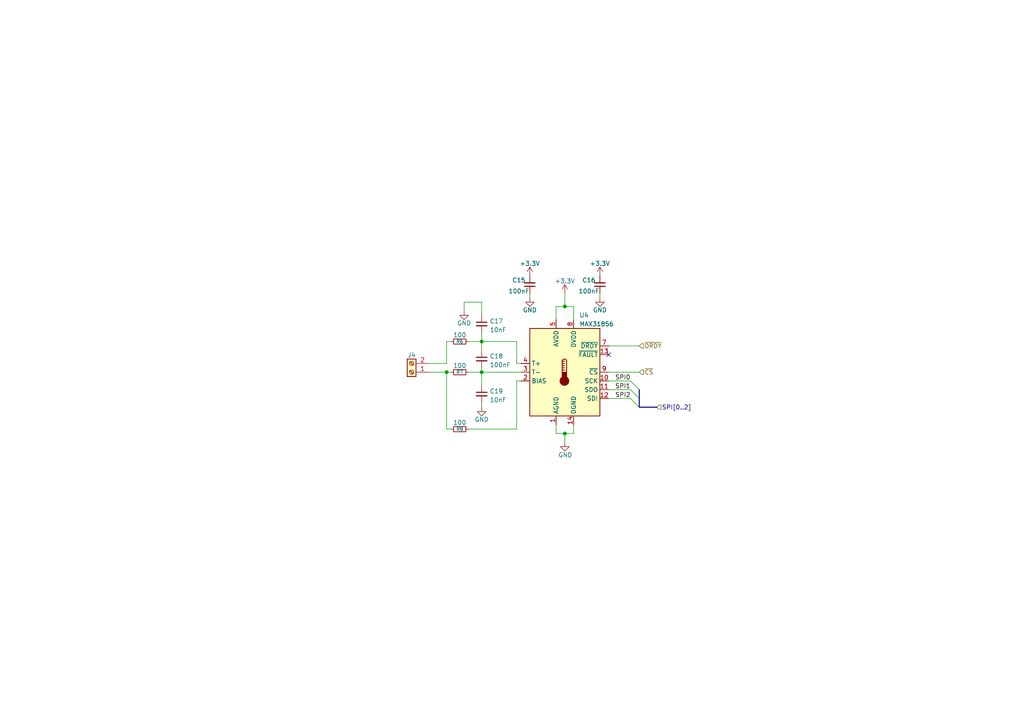
<source format=kicad_sch>
(kicad_sch (version 20211123) (generator eeschema)
  (paper "A4")
  (lib_symbols
    (symbol "Connector:Screw_Terminal_01x02" (pin_names (offset 1.016) hide)
      (property "Reference" "J" (at 0 2.54 0))
      (property "Value" "Screw_Terminal_01x02" (at 0 -5.08 0))
      (symbol "Screw_Terminal_01x02_1_1"
        (rectangle (start -1.27 1.27) (end 1.27 -3.81) (stroke (width 0.254)) (fill (type background)))
        (circle (center 0 -2.54) (radius 0.635) (stroke (width 0.1524)))
        (polyline (pts (xy -0.5334 -2.2098) (xy 0.3302 -3.048)) (stroke (width 0.1524)))
        (polyline (pts (xy -0.5334 0.3302) (xy 0.3302 -0.508)) (stroke (width 0.1524)))
        (polyline (pts (xy -0.3556 -2.032) (xy 0.508 -2.8702)) (stroke (width 0.1524)))
        (polyline (pts (xy -0.3556 0.508) (xy 0.508 -0.3302)) (stroke (width 0.1524)))
        (circle (center 0 0) (radius 0.635) (stroke (width 0.1524)))
        (pin passive line (at -5.08 0 0) (length 3.81) (name "Pin_1") (number "1"))
        (pin passive line (at -5.08 -2.54 0) (length 3.81) (name "Pin_2") (number "2"))
      )
    )
    (symbol "Device:C_Small" (pin_numbers hide) (pin_names (offset 0.254) hide)
      (property "Reference" "C" (at 0.254 1.778 0))
      (property "Value" "C_Small" (at 0.254 -2.032 0))
      (symbol "C_Small_0_1"
        (polyline (pts (xy -1.524 -0.508) (xy 1.524 -0.508)) (stroke (width 0.3302)))
        (polyline (pts (xy -1.524 0.508) (xy 1.524 0.508)) (stroke (width 0.3048)))
      )
      (symbol "C_Small_1_1"
        (pin passive line (at 0 2.54 270) (length 2.032) (name "~") (number "1"))
        (pin passive line (at 0 -2.54 90) (length 2.032) (name "~") (number "2"))
      )
    )
    (symbol "Device:R_Small" (pin_numbers hide) (pin_names (offset 0.254) hide)
      (property "Reference" "R" (at 0.762 0.508 0))
      (property "Value" "R_Small" (at 0.762 -1.016 0))
      (symbol "R_Small_0_1"
        (rectangle (start -0.762 1.778) (end 0.762 -1.778) (stroke (width 0.2032)))
      )
      (symbol "R_Small_1_1"
        (pin passive line (at 0 2.54 270) (length 0.762) (name "~") (number "1"))
        (pin passive line (at 0 -2.54 90) (length 0.762) (name "~") (number "2"))
      )
    )
    (symbol "Sensor_Temperature:MAX31856"
      (property "Reference" "U" (at -7.62 13.97 0))
      (property "Value" "MAX31856" (at 13.97 13.97 0))
      (symbol "MAX31856_0_1"
        (rectangle (start -10.16 12.7) (end 10.16 -12.7) (stroke (width 0.254)) (fill (type background)))
        (circle (center -0.127 -2.54) (radius 1.27) (stroke (width 0.254)) (fill (type outline)))
        (polyline (pts (xy -0.762 0.635) (xy -0.127 0.635)) (stroke (width 0.254)))
        (polyline (pts (xy -0.762 1.27) (xy -0.127 1.27)) (stroke (width 0.254)))
        (polyline (pts (xy -0.762 1.905) (xy -0.127 1.905)) (stroke (width 0.254)))
        (polyline (pts (xy -0.762 2.54) (xy -0.127 2.54)) (stroke (width 0.254)))
        (polyline (pts (xy -0.762 3.175) (xy -0.762 0)) (stroke (width 0.254)))
        (polyline (pts (xy -0.762 3.175) (xy -0.127 3.175)) (stroke (width 0.254)))
        (polyline (pts (xy 0.508 3.175) (xy 0.508 0)) (stroke (width 0.254)))
        (rectangle (start 0.508 -1.905) (end -0.762 0) (stroke (width 0.254)) (fill (type outline)))
        (arc (start 0.508 3.175) (mid -0.127 3.81) (end -0.762 3.175) (stroke (width 0.254)))
      )
      (symbol "MAX31856_1_1"
        (pin power_in line (at -2.54 -15.24 90) (length 2.54) (name "AGND") (number "1"))
        (pin input line (at 12.7 -2.54 180) (length 2.54) (name "SCK") (number "10"))
        (pin output line (at 12.7 -5.08 180) (length 2.54) (name "SDO") (number "11"))
        (pin input line (at 12.7 -7.62 180) (length 2.54) (name "SDI") (number "12"))
        (pin output line (at 12.7 5.08 180) (length 2.54) (name "~{FAULT}") (number "13"))
        (pin power_in line (at 2.54 -15.24 90) (length 2.54) (name "DGND") (number "14"))
        (pin input line (at -12.7 -2.54 0) (length 2.54) (name "BIAS") (number "2"))
        (pin input line (at -12.7 0 0) (length 2.54) (name "T-") (number "3"))
        (pin input line (at -12.7 2.54 0) (length 2.54) (name "T+") (number "4"))
        (pin power_in line (at -2.54 15.24 270) (length 2.54) (name "AVDD") (number "5"))
        (pin no_connect line (at -10.16 -7.62 0) (length 2.54) hide (name "DNC") (number "6"))
        (pin output line (at 12.7 7.62 180) (length 2.54) (name "~{DRDY}") (number "7"))
        (pin power_in line (at 2.54 15.24 270) (length 2.54) (name "DVDD") (number "8"))
        (pin input line (at 12.7 0 180) (length 2.54) (name "~{CS}") (number "9"))
      )
    )
    (symbol "power:+3.3V" (power) (pin_names (offset 0))
      (property "Value" "+3.3V" (at 0 3.556 0))
      (symbol "+3.3V_0_1"
        (polyline (pts (xy -0.762 1.27) (xy 0 2.54)))
        (polyline (pts (xy 0 0) (xy 0 2.54)))
        (polyline (pts (xy 0 2.54) (xy 0.762 1.27)))
      )
      (symbol "+3.3V_1_1"
        (pin power_in line (at 0 0 90) (length 0) hide (name "+3.3V") (number "1"))
      )
    )
    (symbol "power:GND" (power) (pin_names (offset 0))
      (property "Value" "GND" (at 0 -3.81 0))
      (symbol "GND_0_1"
        (polyline (pts (xy 0 0) (xy 0 -1.27) (xy 1.27 -1.27) (xy 0 -2.54) (xy -1.27 -1.27) (xy 0 -1.27)))
      )
      (symbol "GND_1_1"
        (pin power_in line (at 0 0 270) (length 0) hide (name "GND") (number "1"))
      )
    )
  )
  (bus_alias "SPI" (members "0" "1" "2"))
  (junction (at 129.54 107.95))
  (junction (at 163.83 125.73))
  (junction (at 139.7 107.95))
  (junction (at 139.7 99.06))
  (junction (at 163.83 88.9))
  (no_connect (at 176.53 102.87))
  (bus_entry (at 185.42 118.11) (size -2.54 -2.54))
  (bus_entry (at 185.42 115.57) (size -2.54 -2.54))
  (bus_entry (at 185.42 113.03) (size -2.54 -2.54))
  (wire (pts (xy 163.83 88.9) (xy 166.37 88.9)))
  (wire (pts (xy 163.83 85.09) (xy 163.83 88.9)))
  (wire (pts (xy 129.54 99.06) (xy 130.81 99.06)))
  (wire (pts (xy 129.54 124.46) (xy 130.81 124.46)))
  (wire (pts (xy 139.7 116.84) (xy 139.7 118.11)))
  (wire (pts (xy 139.7 107.95) (xy 139.7 111.76)))
  (wire (pts (xy 139.7 107.95) (xy 151.13 107.95)))
  (wire (pts (xy 151.13 105.41) (xy 149.86 105.41)))
  (bus (pts (xy 185.42 118.11) (xy 190.5 118.11)))
  (wire (pts (xy 149.86 105.41) (xy 149.86 99.06)))
  (wire (pts (xy 149.86 124.46) (xy 135.89 124.46)))
  (wire (pts (xy 153.67 85.09) (xy 153.67 86.36)))
  (wire (pts (xy 124.46 107.95) (xy 129.54 107.95)))
  (wire (pts (xy 163.83 125.73) (xy 163.83 128.27)))
  (wire (pts (xy 124.46 105.41) (xy 129.54 105.41)))
  (wire (pts (xy 149.86 110.49) (xy 149.86 124.46)))
  (bus (pts (xy 185.42 113.03) (xy 185.42 115.57)))
  (wire (pts (xy 182.88 113.03) (xy 176.53 113.03)))
  (bus (pts (xy 185.42 115.57) (xy 185.42 118.11)))
  (wire (pts (xy 135.89 107.95) (xy 139.7 107.95)))
  (wire (pts (xy 139.7 99.06) (xy 139.7 101.6)))
  (wire (pts (xy 129.54 107.95) (xy 130.81 107.95)))
  (wire (pts (xy 176.53 107.95) (xy 185.42 107.95)))
  (wire (pts (xy 134.62 87.63) (xy 134.62 90.17)))
  (wire (pts (xy 129.54 107.95) (xy 129.54 124.46)))
  (wire (pts (xy 161.29 92.71) (xy 161.29 88.9)))
  (wire (pts (xy 139.7 106.68) (xy 139.7 107.95)))
  (wire (pts (xy 139.7 87.63) (xy 134.62 87.63)))
  (wire (pts (xy 139.7 96.52) (xy 139.7 99.06)))
  (wire (pts (xy 135.89 99.06) (xy 139.7 99.06)))
  (wire (pts (xy 129.54 99.06) (xy 129.54 105.41)))
  (wire (pts (xy 173.99 85.09) (xy 173.99 86.36)))
  (wire (pts (xy 166.37 88.9) (xy 166.37 92.71)))
  (wire (pts (xy 182.88 110.49) (xy 176.53 110.49)))
  (wire (pts (xy 166.37 125.73) (xy 166.37 123.19)))
  (wire (pts (xy 161.29 123.19) (xy 161.29 125.73)))
  (wire (pts (xy 151.13 110.49) (xy 149.86 110.49)))
  (wire (pts (xy 163.83 125.73) (xy 166.37 125.73)))
  (wire (pts (xy 139.7 91.44) (xy 139.7 87.63)))
  (wire (pts (xy 176.53 100.33) (xy 185.42 100.33)))
  (wire (pts (xy 161.29 88.9) (xy 163.83 88.9)))
  (wire (pts (xy 182.88 115.57) (xy 176.53 115.57)))
  (wire (pts (xy 161.29 125.73) (xy 163.83 125.73)))
  (wire (pts (xy 149.86 99.06) (xy 139.7 99.06)))
  (label "SPI0" (at 182.88 110.49 180))
  (label "SPI1" (at 182.88 113.03 180))
  (label "SPI2" (at 182.88 115.57 180))
  (hierarchical_label "~{DRDY}" (shape input) (at 185.42 100.33 0))
  (hierarchical_label "SPI[0..2]" (shape input) (at 190.5 118.11 0))
  (hierarchical_label "~{CS}" (shape input) (at 185.42 107.95 0))
  (symbol (lib_id "Device:C_Small") (at 139.7 93.98 0) (unit 1)
    (property "Reference" "C17" (at 142.0241 93.1516 0) (effects (justify left)))
    (property "Value" "10nF" (at 142.0241 95.6885 0) (effects (justify left)))
    (property "Footprint" "Capacitor_SMD:C_0603_1608Metric" (effects hide))
  )
  (symbol (lib_id "Device:R_Small") (at 133.35 107.95 90) (unit 1)
    (property "Reference" "R7" (at 133.35 107.95 90) (effects (font (size 1 1))))
    (property "Value" "100" (at 133.35 106.0505 90))
    (property "Footprint" "Resistor_SMD:R_0201_0603Metric" (effects hide))
  )
  (symbol (lib_id "Connector:Screw_Terminal_01x02") (at 119.38 107.95 180) (unit 1)
    (property "Reference" "J4" (at 119.38 102.9772 0))
    (property "Value" "Screw_Terminal_01x02" (effects hide))
    (property "Footprint" "TerminalBlock:TerminalBlock_Altech_AK300-2_P5.00mm" (effects hide))
  )
  (symbol (lib_id "power:GND") (at 153.67 86.36 0) (mirror y) (unit 1)
    (property "Reference" "#PWR027" (effects hide))
    (property "Value" "GND" (at 153.67 89.916 0))
  )
  (symbol (lib_id "Device:C_Small") (at 153.67 82.55 0) (mirror x) (unit 1)
    (property "Reference" "C15" (at 150.495 81.28 0))
    (property "Value" "100nF" (at 150.495 84.455 0))
    (property "Footprint" "Capacitor_SMD:C_0603_1608Metric" (effects hide))
  )
  (symbol (lib_id "Device:R_Small") (at 133.35 99.06 90) (unit 1)
    (property "Reference" "R6" (at 133.35 99.06 90) (effects (font (size 1 1))))
    (property "Value" "100" (at 133.35 97.155 90))
    (property "Footprint" "Resistor_SMD:R_0201_0603Metric" (effects hide))
  )
  (symbol (lib_id "power:+3.3V") (at 163.83 85.09 0) (unit 1)
    (property "Reference" "#PWR026" (effects hide))
    (property "Value" "+3.3V" (at 163.83 81.5142 0))
  )
  (symbol (lib_id "Sensor_Temperature:MAX31856") (at 163.83 107.95 0) (unit 1)
    (property "Reference" "U4" (at 168.021 91.4431 0) (effects (justify left)))
    (property "Value" "MAX31856" (at 168.021 93.98 0) (effects (justify left)))
    (property "Footprint" "Package_SO:TSSOP-14_4.4x5mm_P0.65mm" (effects hide))
    (property "Datasheet" "https://datasheets.maximintegrated.com/en/ds/MAX31856.pdf" (effects hide))
  )
  (symbol (lib_id "power:+3.3V") (at 173.99 80.01 0) (unit 1)
    (property "Reference" "#PWR025" (effects hide))
    (property "Value" "+3.3V" (at 173.99 76.4342 0))
  )
  (symbol (lib_id "power:GND") (at 134.62 90.17 0) (mirror y) (unit 1)
    (property "Reference" "#PWR029" (effects hide))
    (property "Value" "GND" (at 134.62 93.726 0))
  )
  (symbol (lib_id "power:+3.3V") (at 153.67 80.01 0) (unit 1)
    (property "Reference" "#PWR024" (effects hide))
    (property "Value" "+3.3V" (at 153.67 76.4342 0))
  )
  (symbol (lib_id "Device:R_Small") (at 133.35 124.46 90) (unit 1)
    (property "Reference" "R8" (at 133.35 124.46 90) (effects (font (size 1 1))))
    (property "Value" "100" (at 133.35 122.5605 90))
    (property "Footprint" "Resistor_SMD:R_0201_0603Metric" (effects hide))
  )
  (symbol (lib_id "power:GND") (at 173.99 86.36 0) (mirror y) (unit 1)
    (property "Reference" "#PWR028" (effects hide))
    (property "Value" "GND" (at 173.99 89.916 0))
  )
  (symbol (lib_id "power:GND") (at 139.7 118.11 0) (mirror y) (unit 1)
    (property "Reference" "#PWR030" (effects hide))
    (property "Value" "GND" (at 139.7 121.666 0))
  )
  (symbol (lib_id "Device:C_Small") (at 139.7 114.3 0) (unit 1)
    (property "Reference" "C19" (at 142.0241 113.4716 0) (effects (justify left)))
    (property "Value" "10nF" (at 142.0241 116.0085 0) (effects (justify left)))
    (property "Footprint" "Capacitor_SMD:C_0603_1608Metric" (effects hide))
  )
  (symbol (lib_id "Device:C_Small") (at 139.7 104.14 0) (unit 1)
    (property "Reference" "C18" (at 142.0241 103.3116 0) (effects (justify left)))
    (property "Value" "100nF" (at 142.0241 105.8485 0) (effects (justify left)))
    (property "Footprint" "Capacitor_SMD:C_0603_1608Metric" (effects hide))
  )
  (symbol (lib_id "Device:C_Small") (at 173.99 82.55 0) (mirror x) (unit 1)
    (property "Reference" "C16" (at 170.815 81.28 0))
    (property "Value" "100nF" (at 170.815 84.455 0))
    (property "Footprint" "Capacitor_SMD:C_0603_1608Metric" (effects hide))
  )
  (symbol (lib_id "power:GND") (at 163.83 128.27 0) (unit 1)
    (property "Reference" "#PWR031" (effects hide))
    (property "Value" "GND" (at 163.957 131.953 0))
  )
)
</source>
